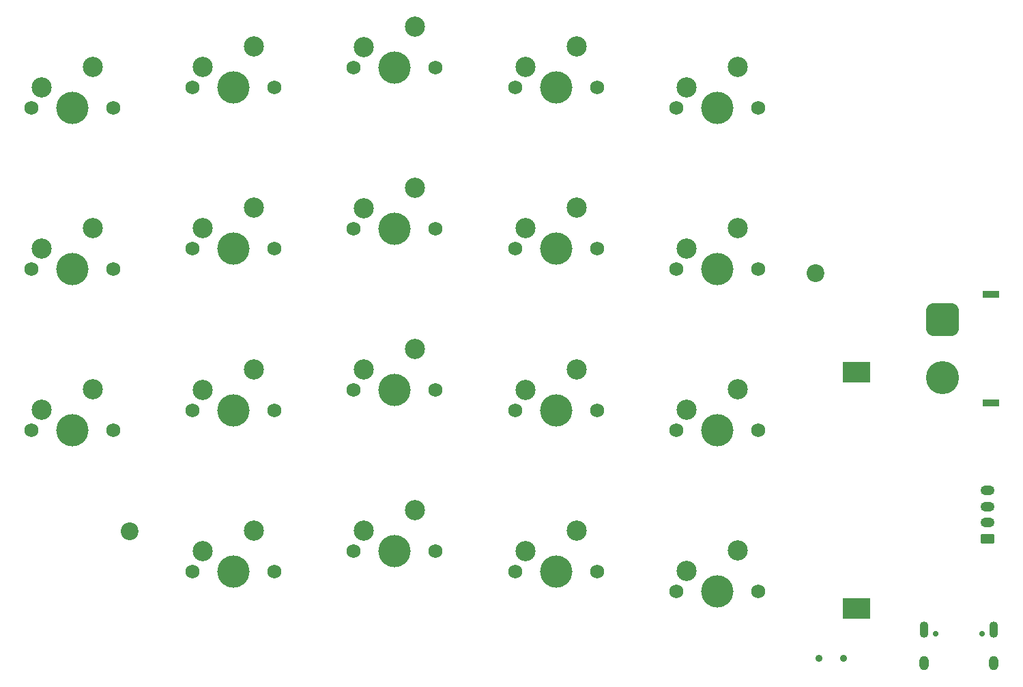
<source format=gbr>
%TF.GenerationSoftware,KiCad,Pcbnew,9.0.3*%
%TF.CreationDate,2025-07-27T18:33:32+02:00*%
%TF.ProjectId,Tastatur,54617374-6174-4757-922e-6b696361645f,0*%
%TF.SameCoordinates,Original*%
%TF.FileFunction,Soldermask,Bot*%
%TF.FilePolarity,Negative*%
%FSLAX46Y46*%
G04 Gerber Fmt 4.6, Leading zero omitted, Abs format (unit mm)*
G04 Created by KiCad (PCBNEW 9.0.3) date 2025-07-27 18:33:32*
%MOMM*%
%LPD*%
G01*
G04 APERTURE LIST*
G04 Aperture macros list*
%AMRoundRect*
0 Rectangle with rounded corners*
0 $1 Rounding radius*
0 $2 $3 $4 $5 $6 $7 $8 $9 X,Y pos of 4 corners*
0 Add a 4 corners polygon primitive as box body*
4,1,4,$2,$3,$4,$5,$6,$7,$8,$9,$2,$3,0*
0 Add four circle primitives for the rounded corners*
1,1,$1+$1,$2,$3*
1,1,$1+$1,$4,$5*
1,1,$1+$1,$6,$7*
1,1,$1+$1,$8,$9*
0 Add four rect primitives between the rounded corners*
20,1,$1+$1,$2,$3,$4,$5,0*
20,1,$1+$1,$4,$5,$6,$7,0*
20,1,$1+$1,$6,$7,$8,$9,0*
20,1,$1+$1,$8,$9,$2,$3,0*%
G04 Aperture macros list end*
%ADD10C,1.750000*%
%ADD11C,4.000000*%
%ADD12C,2.500000*%
%ADD13C,0.700000*%
%ADD14O,1.100000X2.000000*%
%ADD15O,1.200000X1.800000*%
%ADD16C,0.900000*%
%ADD17RoundRect,0.250000X0.625000X-0.350000X0.625000X0.350000X-0.625000X0.350000X-0.625000X-0.350000X0*%
%ADD18O,1.750000X1.200000*%
%ADD19C,2.200000*%
%ADD20R,2.000000X0.900000*%
%ADD21RoundRect,1.025000X-1.025000X1.025000X-1.025000X-1.025000X1.025000X-1.025000X1.025000X1.025000X0*%
%ADD22C,4.100000*%
%ADD23R,3.510000X2.540000*%
G04 APERTURE END LIST*
D10*
%TO.C,SW207*%
X98050000Y-87130000D03*
D11*
X103130000Y-87130000D03*
D10*
X108210000Y-87130000D03*
D12*
X99320000Y-84590000D03*
X105670000Y-82050000D03*
%TD*%
D13*
%TO.C,USB101*%
X190220000Y-134844000D03*
X196000000Y-134844000D03*
D14*
X188790000Y-134314000D03*
D15*
X188790000Y-138524000D03*
D14*
X197430000Y-134314000D03*
D15*
X197430000Y-138524000D03*
%TD*%
D16*
%TO.C,SW221*%
X175786000Y-137872000D03*
X178786000Y-137872000D03*
%TD*%
D10*
%TO.C,SW203*%
X118050000Y-64630000D03*
D11*
X123130000Y-64630000D03*
D10*
X128210000Y-64630000D03*
D12*
X119320000Y-62090000D03*
X125670000Y-59550000D03*
%TD*%
D10*
%TO.C,SW216*%
X98050000Y-127130000D03*
D11*
X103130000Y-127130000D03*
D10*
X108210000Y-127130000D03*
D12*
X99320000Y-124590000D03*
X105670000Y-122050000D03*
%TD*%
D10*
%TO.C,SW212*%
X98050000Y-107130000D03*
D11*
X103130000Y-107130000D03*
D10*
X108210000Y-107130000D03*
D12*
X99320000Y-104590000D03*
X105670000Y-102050000D03*
%TD*%
D17*
%TO.C,J102*%
X196626000Y-123062000D03*
D18*
X196626000Y-121062000D03*
X196626000Y-119062000D03*
X196626000Y-117062000D03*
%TD*%
D10*
%TO.C,SW213*%
X118050000Y-104630000D03*
D11*
X123130000Y-104630000D03*
D10*
X128210000Y-104630000D03*
D12*
X119320000Y-102090000D03*
X125670000Y-99550000D03*
%TD*%
D19*
%TO.C,H201*%
X90200000Y-122142000D03*
%TD*%
D10*
%TO.C,SW211*%
X78050000Y-109630000D03*
D11*
X83130000Y-109630000D03*
D10*
X88210000Y-109630000D03*
D12*
X79320000Y-107090000D03*
X85670000Y-104550000D03*
%TD*%
D10*
%TO.C,SW215*%
X158050000Y-109630000D03*
D11*
X163130000Y-109630000D03*
D10*
X168210000Y-109630000D03*
D12*
X159320000Y-107090000D03*
X165670000Y-104550000D03*
%TD*%
D19*
%TO.C,H202*%
X175290000Y-90138000D03*
%TD*%
D20*
%TO.C,J103*%
X197097000Y-92735000D03*
X197097000Y-106235000D03*
D21*
X191097000Y-95885000D03*
D22*
X191097000Y-103085000D03*
%TD*%
D10*
%TO.C,SW209*%
X138050000Y-87130000D03*
D11*
X143130000Y-87130000D03*
D10*
X148210000Y-87130000D03*
D12*
X139320000Y-84590000D03*
X145670000Y-82050000D03*
%TD*%
D10*
%TO.C,SW204*%
X138050000Y-67130000D03*
D11*
X143130000Y-67130000D03*
D10*
X148210000Y-67130000D03*
D12*
X139320000Y-64590000D03*
X145670000Y-62050000D03*
%TD*%
D10*
%TO.C,SW210*%
X158050000Y-89630000D03*
D11*
X163130000Y-89630000D03*
D10*
X168210000Y-89630000D03*
D12*
X159320000Y-87090000D03*
X165670000Y-84550000D03*
%TD*%
D10*
%TO.C,SW206*%
X78050000Y-89630000D03*
D11*
X83130000Y-89630000D03*
D10*
X88210000Y-89630000D03*
D12*
X79320000Y-87090000D03*
X85670000Y-84550000D03*
%TD*%
D10*
%TO.C,SW202*%
X98050000Y-67130000D03*
D11*
X103130000Y-67130000D03*
D10*
X108210000Y-67130000D03*
D12*
X99320000Y-64590000D03*
X105670000Y-62050000D03*
%TD*%
D10*
%TO.C,SW218*%
X138050000Y-127130000D03*
D11*
X143130000Y-127130000D03*
D10*
X148210000Y-127130000D03*
D12*
X139320000Y-124590000D03*
X145670000Y-122050000D03*
%TD*%
D10*
%TO.C,SW205*%
X158050000Y-69630000D03*
D11*
X163130000Y-69630000D03*
D10*
X168210000Y-69630000D03*
D12*
X159320000Y-67090000D03*
X165670000Y-64550000D03*
%TD*%
D10*
%TO.C,SW208*%
X118050000Y-84630000D03*
D11*
X123130000Y-84630000D03*
D10*
X128210000Y-84630000D03*
D12*
X119320000Y-82090000D03*
X125670000Y-79550000D03*
%TD*%
D10*
%TO.C,SW214*%
X138050000Y-107130000D03*
D11*
X143130000Y-107130000D03*
D10*
X148210000Y-107130000D03*
D12*
X139320000Y-104590000D03*
X145670000Y-102050000D03*
%TD*%
D10*
%TO.C,SW201*%
X78050000Y-69630000D03*
D11*
X83130000Y-69630000D03*
D10*
X88210000Y-69630000D03*
D12*
X79320000Y-67090000D03*
X85670000Y-64550000D03*
%TD*%
D10*
%TO.C,SW217*%
X118050000Y-124630000D03*
D11*
X123130000Y-124630000D03*
D10*
X128210000Y-124630000D03*
D12*
X119320000Y-122090000D03*
X125670000Y-119550000D03*
%TD*%
D10*
%TO.C,SW219*%
X158050000Y-129630000D03*
D11*
X163130000Y-129630000D03*
D10*
X168210000Y-129630000D03*
D12*
X159320000Y-127090000D03*
X165670000Y-124550000D03*
%TD*%
D23*
%TO.C,BT101*%
X180370000Y-102382000D03*
X180370000Y-131742000D03*
%TD*%
M02*

</source>
